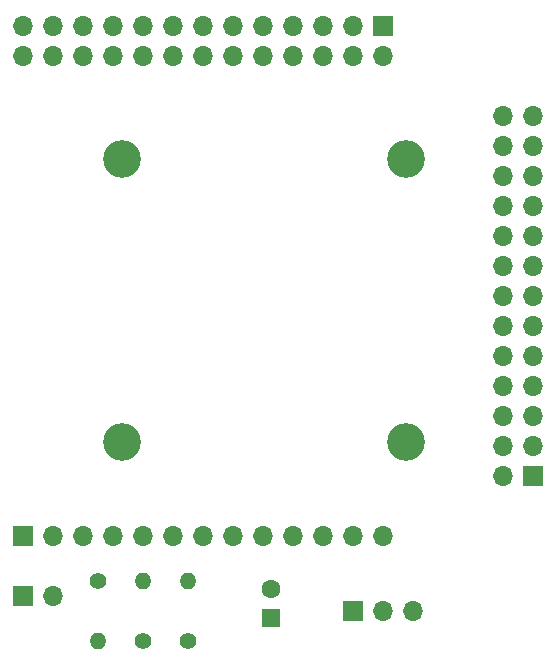
<source format=gts>
G04 #@! TF.FileFunction,Soldermask,Top*
%FSLAX46Y46*%
G04 Gerber Fmt 4.6, Leading zero omitted, Abs format (unit mm)*
G04 Created by KiCad (PCBNEW 4.0.1-stable) date 2017/09/23 6:08:58*
%MOMM*%
G01*
G04 APERTURE LIST*
%ADD10C,0.100000*%
%ADD11R,1.600000X1.600000*%
%ADD12C,1.600000*%
%ADD13R,1.700000X1.700000*%
%ADD14O,1.700000X1.700000*%
%ADD15C,1.400000*%
%ADD16O,1.400000X1.400000*%
%ADD17C,3.200000*%
G04 APERTURE END LIST*
D10*
D11*
X139573000Y-128270000D03*
D12*
X139573000Y-125770000D03*
D13*
X118618000Y-121285000D03*
D14*
X121158000Y-121285000D03*
X123698000Y-121285000D03*
X126238000Y-121285000D03*
X128778000Y-121285000D03*
X131318000Y-121285000D03*
X133858000Y-121285000D03*
X136398000Y-121285000D03*
X138938000Y-121285000D03*
X141478000Y-121285000D03*
X144018000Y-121285000D03*
X146558000Y-121285000D03*
X149098000Y-121285000D03*
D13*
X161798000Y-116205000D03*
D14*
X159258000Y-116205000D03*
X161798000Y-113665000D03*
X159258000Y-113665000D03*
X161798000Y-111125000D03*
X159258000Y-111125000D03*
X161798000Y-108585000D03*
X159258000Y-108585000D03*
X161798000Y-106045000D03*
X159258000Y-106045000D03*
X161798000Y-103505000D03*
X159258000Y-103505000D03*
X161798000Y-100965000D03*
X159258000Y-100965000D03*
X161798000Y-98425000D03*
X159258000Y-98425000D03*
X161798000Y-95885000D03*
X159258000Y-95885000D03*
X161798000Y-93345000D03*
X159258000Y-93345000D03*
X161798000Y-90805000D03*
X159258000Y-90805000D03*
X161798000Y-88265000D03*
X159258000Y-88265000D03*
X161798000Y-85725000D03*
X159258000Y-85725000D03*
D13*
X146558000Y-127635000D03*
D14*
X149098000Y-127635000D03*
X151638000Y-127635000D03*
D13*
X149098000Y-78105000D03*
D14*
X149098000Y-80645000D03*
X146558000Y-78105000D03*
X146558000Y-80645000D03*
X144018000Y-78105000D03*
X144018000Y-80645000D03*
X141478000Y-78105000D03*
X141478000Y-80645000D03*
X138938000Y-78105000D03*
X138938000Y-80645000D03*
X136398000Y-78105000D03*
X136398000Y-80645000D03*
X133858000Y-78105000D03*
X133858000Y-80645000D03*
X131318000Y-78105000D03*
X131318000Y-80645000D03*
X128778000Y-78105000D03*
X128778000Y-80645000D03*
X126238000Y-78105000D03*
X126238000Y-80645000D03*
X123698000Y-78105000D03*
X123698000Y-80645000D03*
X121158000Y-78105000D03*
X121158000Y-80645000D03*
X118618000Y-78105000D03*
X118618000Y-80645000D03*
D15*
X124968000Y-125095000D03*
D16*
X124968000Y-130175000D03*
D15*
X128778000Y-130175000D03*
D16*
X128778000Y-125095000D03*
D15*
X132588000Y-130175000D03*
D16*
X132588000Y-125095000D03*
D13*
X118618000Y-126365000D03*
D14*
X121158000Y-126365000D03*
D17*
X150998000Y-89365000D03*
X126998000Y-89365000D03*
X126998000Y-113365000D03*
X150998000Y-113365000D03*
M02*

</source>
